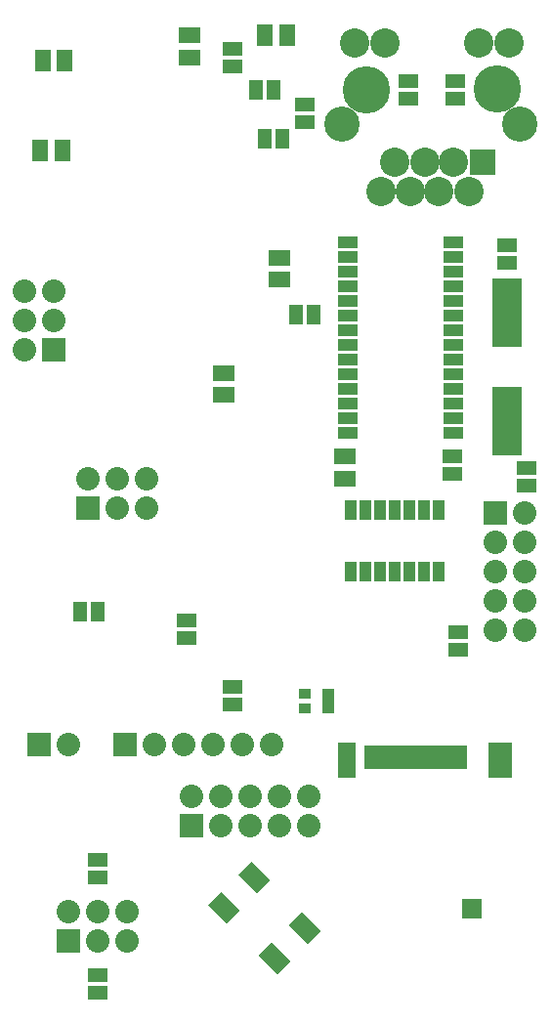
<source format=gbs>
G04 (created by PCBNEW-RS274X (2011-12-21 BZR 3253)-stable) date 08/08/2012 23:37:51*
G01*
G70*
G90*
%MOIN*%
G04 Gerber Fmt 3.4, Leading zero omitted, Abs format*
%FSLAX34Y34*%
G04 APERTURE LIST*
%ADD10C,0.006000*%
%ADD11R,0.040000X0.032000*%
%ADD12R,0.055000X0.075000*%
%ADD13R,0.075000X0.055000*%
%ADD14R,0.065000X0.045000*%
%ADD15R,0.045000X0.065000*%
%ADD16R,0.047600X0.079100*%
%ADD17R,0.079100X0.122400*%
%ADD18R,0.059400X0.122400*%
%ADD19R,0.067200X0.067200*%
%ADD20R,0.080000X0.080000*%
%ADD21C,0.080000*%
%ADD22R,0.070000X0.040000*%
%ADD23R,0.040000X0.065000*%
%ADD24R,0.098700X0.236500*%
%ADD25C,0.161700*%
%ADD26R,0.090000X0.090000*%
%ADD27C,0.100000*%
%ADD28C,0.120000*%
G04 APERTURE END LIST*
G54D10*
G54D11*
X31896Y-62447D03*
X31896Y-62947D03*
X31096Y-62447D03*
X31896Y-62697D03*
X31096Y-62947D03*
G54D12*
X22164Y-40846D03*
X22914Y-40846D03*
X22066Y-43898D03*
X22816Y-43898D03*
G54D13*
X32480Y-54349D03*
X32480Y-55099D03*
X28346Y-51495D03*
X28346Y-52245D03*
X27165Y-39979D03*
X27165Y-40729D03*
G54D12*
X29743Y-39961D03*
X30493Y-39961D03*
G54D13*
X30217Y-48308D03*
X30217Y-47558D03*
G54D14*
X24016Y-72643D03*
X24016Y-72043D03*
X36319Y-60330D03*
X36319Y-60930D03*
G54D15*
X30802Y-49508D03*
X31402Y-49508D03*
G54D14*
X24016Y-68106D03*
X24016Y-68706D03*
G54D15*
X29424Y-41831D03*
X30024Y-41831D03*
G54D14*
X28642Y-40448D03*
X28642Y-41048D03*
X31102Y-42918D03*
X31102Y-42318D03*
X38681Y-54720D03*
X38681Y-55320D03*
X36122Y-54926D03*
X36122Y-54326D03*
G54D15*
X29720Y-43504D03*
X30320Y-43504D03*
G54D14*
X28642Y-62200D03*
X28642Y-62800D03*
X27067Y-59936D03*
X27067Y-60536D03*
X37992Y-47741D03*
X37992Y-47141D03*
G54D15*
X23420Y-59646D03*
X24020Y-59646D03*
G54D16*
X36398Y-64606D03*
X35965Y-64606D03*
X35532Y-64606D03*
X35099Y-64606D03*
X34666Y-64606D03*
X34232Y-64606D03*
X33799Y-64606D03*
X33366Y-64606D03*
G54D17*
X37776Y-64685D03*
G54D18*
X32540Y-64685D03*
G54D19*
X36792Y-69764D03*
G54D20*
X23705Y-56110D03*
G54D21*
X23705Y-55110D03*
X24705Y-56110D03*
X24705Y-55110D03*
X25705Y-56110D03*
X25705Y-55110D03*
G54D20*
X24961Y-64173D03*
G54D21*
X25961Y-64173D03*
X26961Y-64173D03*
X27961Y-64173D03*
X28961Y-64173D03*
X29961Y-64173D03*
G54D22*
X32550Y-53545D03*
X32550Y-53045D03*
X32550Y-52545D03*
X32550Y-52045D03*
X32550Y-51545D03*
X32550Y-51045D03*
X32550Y-50545D03*
X32550Y-50045D03*
X32550Y-49545D03*
X32550Y-49045D03*
X32550Y-48545D03*
X32550Y-48045D03*
X32550Y-47545D03*
X32550Y-47045D03*
X36150Y-47045D03*
X36150Y-47545D03*
X36150Y-48045D03*
X36150Y-48545D03*
X36150Y-49045D03*
X36150Y-49545D03*
X36150Y-50045D03*
X36150Y-50545D03*
X36150Y-51045D03*
X36150Y-51545D03*
X36150Y-52045D03*
X36150Y-52545D03*
X36150Y-53045D03*
X36150Y-53545D03*
G54D23*
X32654Y-56183D03*
X33154Y-56183D03*
X33654Y-56183D03*
X34154Y-56183D03*
X34654Y-56183D03*
X35154Y-56183D03*
X35654Y-56183D03*
X35654Y-58283D03*
X35154Y-58283D03*
X34654Y-58283D03*
X34154Y-58283D03*
X33654Y-58283D03*
X33154Y-58283D03*
X32654Y-58283D03*
G54D24*
X37992Y-49430D03*
X37992Y-53130D03*
G54D20*
X22039Y-64173D03*
G54D21*
X23039Y-64173D03*
G54D14*
X36220Y-42131D03*
X36220Y-41531D03*
X34646Y-42131D03*
X34646Y-41531D03*
G54D25*
X33189Y-41830D03*
X37677Y-41811D03*
G54D26*
X37165Y-44311D03*
G54D27*
X36693Y-45315D03*
X36181Y-44311D03*
X35669Y-45315D03*
X35197Y-44311D03*
X34685Y-45315D03*
X34173Y-44311D03*
X33701Y-45315D03*
X38051Y-40236D03*
X37047Y-40236D03*
X33819Y-40236D03*
X32815Y-40236D03*
G54D28*
X38445Y-42992D03*
X32382Y-42992D03*
G54D20*
X23016Y-70874D03*
G54D21*
X23016Y-69874D03*
X24016Y-70874D03*
X24016Y-69874D03*
X25016Y-70874D03*
X25016Y-69874D03*
G54D20*
X22547Y-50705D03*
G54D21*
X21547Y-50705D03*
X22547Y-49705D03*
X21547Y-49705D03*
X22547Y-48705D03*
X21547Y-48705D03*
G54D20*
X27232Y-66937D03*
G54D21*
X27232Y-65937D03*
X28232Y-66937D03*
X28232Y-65937D03*
X29232Y-66937D03*
X29232Y-65937D03*
X30232Y-66937D03*
X30232Y-65937D03*
X31232Y-66937D03*
X31232Y-65937D03*
G54D20*
X37591Y-56268D03*
G54D21*
X38591Y-56268D03*
X37591Y-57268D03*
X38591Y-57268D03*
X37591Y-58268D03*
X38591Y-58268D03*
X37591Y-59268D03*
X38591Y-59268D03*
X37591Y-60268D03*
X38591Y-60268D03*
G54D10*
G36*
X31645Y-70525D02*
X31199Y-70971D01*
X30557Y-70329D01*
X31003Y-69883D01*
X31645Y-70525D01*
X31645Y-70525D01*
G37*
G36*
X29920Y-68800D02*
X29474Y-69246D01*
X28832Y-68604D01*
X29278Y-68158D01*
X29920Y-68800D01*
X29920Y-68800D01*
G37*
G36*
X28891Y-69829D02*
X28445Y-70275D01*
X27803Y-69633D01*
X28249Y-69187D01*
X28891Y-69829D01*
X28891Y-69829D01*
G37*
G36*
X30616Y-71554D02*
X30170Y-72000D01*
X29528Y-71358D01*
X29974Y-70912D01*
X30616Y-71554D01*
X30616Y-71554D01*
G37*
M02*

</source>
